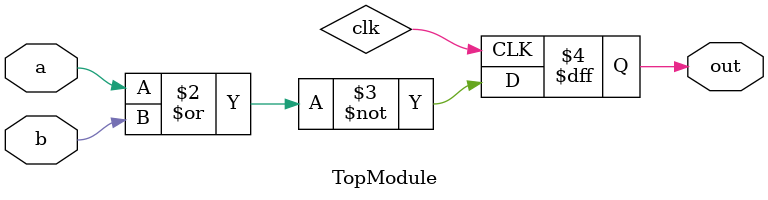
<source format=sv>

module TopModule (
  input a,
  input b,
  output reg out
);

always @(posedge clk) begin
  out <= ~(a | b);
end

endmodule

// VERILOG-EVAL: errant inclusion of module definition

</source>
